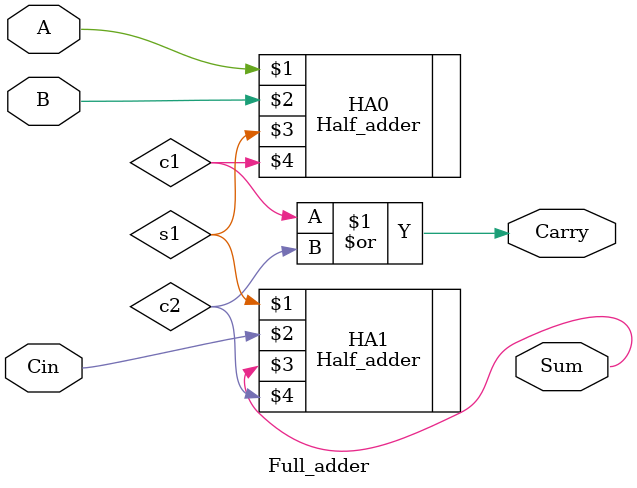
<source format=v>
`timescale 1ns / 1ps


module Full_adder(
input A,B,Cin,
output Sum,Carry
    );
    
 wire s1,c1,c2;
 
 Half_adder HA0(A,B,s1,c1);
 Half_adder HA1(s1,Cin,Sum,c2);
 or or1(Carry,c1,c2);
 
endmodule

</source>
